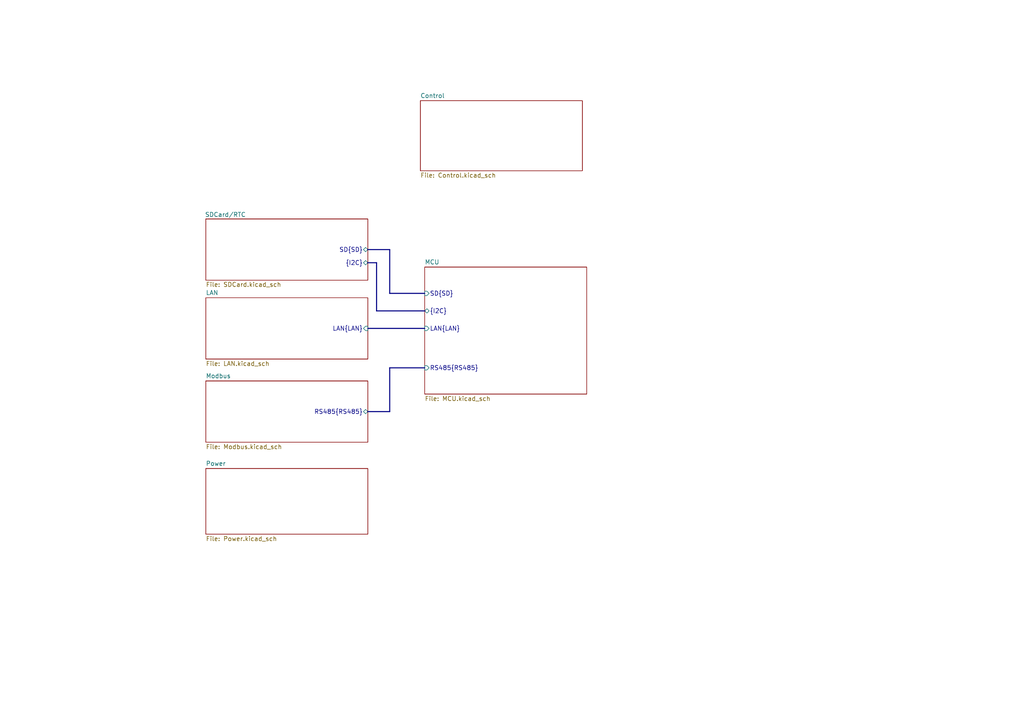
<source format=kicad_sch>
(kicad_sch
	(version 20250114)
	(generator "eeschema")
	(generator_version "9.0")
	(uuid "a56a6cb9-be24-458b-bbc5-62c4e942613b")
	(paper "A4")
	(title_block
		(title "AuraMon")
		(rev "v0.1")
	)
	(lib_symbols)
	(bus
		(pts
			(xy 106.68 95.25) (xy 123.19 95.25)
		)
		(stroke
			(width 0)
			(type default)
		)
		(uuid "02250b18-e516-44a4-b039-d21a4176e692")
	)
	(bus
		(pts
			(xy 109.22 76.2) (xy 106.68 76.2)
		)
		(stroke
			(width 0)
			(type default)
		)
		(uuid "076581a6-a976-46c1-bef6-8de3c0171d8c")
	)
	(bus
		(pts
			(xy 123.19 90.17) (xy 109.22 90.17)
		)
		(stroke
			(width 0)
			(type default)
		)
		(uuid "4ccc5d49-0482-4de6-b796-0aaed026f510")
	)
	(bus
		(pts
			(xy 123.19 106.68) (xy 113.03 106.68)
		)
		(stroke
			(width 0)
			(type default)
		)
		(uuid "4ce1b2fe-b005-4896-bacf-9d2f90af2371")
	)
	(bus
		(pts
			(xy 113.03 119.38) (xy 106.68 119.38)
		)
		(stroke
			(width 0)
			(type default)
		)
		(uuid "69ad66bb-c5e2-4251-ba36-225fa9875df0")
	)
	(bus
		(pts
			(xy 113.03 72.39) (xy 113.03 85.09)
		)
		(stroke
			(width 0)
			(type default)
		)
		(uuid "8295a1d7-c5e1-472c-b29b-9e69bd292991")
	)
	(bus
		(pts
			(xy 113.03 106.68) (xy 113.03 119.38)
		)
		(stroke
			(width 0)
			(type default)
		)
		(uuid "bf70ca43-c8a0-4d3c-962a-a0ed4dd74f8e")
	)
	(bus
		(pts
			(xy 109.22 90.17) (xy 109.22 76.2)
		)
		(stroke
			(width 0)
			(type default)
		)
		(uuid "d486abf4-b367-436e-bccf-e9a930f4965c")
	)
	(bus
		(pts
			(xy 113.03 72.39) (xy 106.68 72.39)
		)
		(stroke
			(width 0)
			(type default)
		)
		(uuid "d89d5b42-8442-441a-bfa3-02fb92e842a5")
	)
	(bus
		(pts
			(xy 113.03 85.09) (xy 123.19 85.09)
		)
		(stroke
			(width 0)
			(type default)
		)
		(uuid "ff2fa168-46b7-4fda-a78c-8728d6e8da8f")
	)
	(sheet
		(at 59.69 63.5)
		(size 46.99 17.78)
		(exclude_from_sim no)
		(in_bom yes)
		(on_board yes)
		(dnp no)
		(stroke
			(width 0.1524)
			(type solid)
		)
		(fill
			(color 0 0 0 0.0000)
		)
		(uuid "18653b6b-16a9-42a5-aa43-f973c492057f")
		(property "Sheetname" "SDCard/RTC"
			(at 59.436 62.992 0)
			(effects
				(font
					(size 1.27 1.27)
				)
				(justify left bottom)
			)
		)
		(property "Sheetfile" "SDCard.kicad_sch"
			(at 59.69 81.788 0)
			(effects
				(font
					(size 1.27 1.27)
				)
				(justify left top)
			)
		)
		(pin "SD{SD}" bidirectional
			(at 106.68 72.39 0)
			(uuid "9e7180ca-d593-46c6-af3c-d91f0a49ca75")
			(effects
				(font
					(size 1.27 1.27)
				)
				(justify right)
			)
		)
		(pin "{I2C}" bidirectional
			(at 106.68 76.2 0)
			(uuid "4a62ec4a-5537-4cef-875f-8c6ab074fa62")
			(effects
				(font
					(size 1.27 1.27)
				)
				(justify right)
			)
		)
		(instances
			(project "AuraMon"
				(path "/a56a6cb9-be24-458b-bbc5-62c4e942613b"
					(page "5")
				)
			)
		)
	)
	(sheet
		(at 123.19 77.47)
		(size 46.99 36.83)
		(exclude_from_sim no)
		(in_bom yes)
		(on_board yes)
		(dnp no)
		(fields_autoplaced yes)
		(stroke
			(width 0.1524)
			(type solid)
		)
		(fill
			(color 0 0 0 0.0000)
		)
		(uuid "3107aebe-6cee-4c51-9440-c2a704a4018d")
		(property "Sheetname" "MCU"
			(at 123.19 76.7584 0)
			(effects
				(font
					(size 1.27 1.27)
				)
				(justify left bottom)
			)
		)
		(property "Sheetfile" "MCU.kicad_sch"
			(at 123.19 114.8846 0)
			(effects
				(font
					(size 1.27 1.27)
				)
				(justify left top)
			)
		)
		(pin "LAN{LAN}" input
			(at 123.19 95.25 180)
			(uuid "b1a18287-3dbf-4e68-ad10-99ff8df1798b")
			(effects
				(font
					(size 1.27 1.27)
				)
				(justify left)
			)
		)
		(pin "SD{SD}" input
			(at 123.19 85.09 180)
			(uuid "f074e48b-6a71-4058-ac93-79aba09bf94d")
			(effects
				(font
					(size 1.27 1.27)
				)
				(justify left)
			)
		)
		(pin "RS485{RS485}" input
			(at 123.19 106.68 180)
			(uuid "6f5fc266-7acf-4498-aee0-e49afd3d17e1")
			(effects
				(font
					(size 1.27 1.27)
				)
				(justify left)
			)
		)
		(pin "{I2C}" bidirectional
			(at 123.19 90.17 180)
			(uuid "f0cf1106-2320-41bf-8e65-36f9d4f6d724")
			(effects
				(font
					(size 1.27 1.27)
				)
				(justify left)
			)
		)
		(instances
			(project "AuraMon"
				(path "/a56a6cb9-be24-458b-bbc5-62c4e942613b"
					(page "2")
				)
			)
		)
	)
	(sheet
		(at 59.69 110.49)
		(size 46.99 17.78)
		(exclude_from_sim no)
		(in_bom yes)
		(on_board yes)
		(dnp no)
		(fields_autoplaced yes)
		(stroke
			(width 0.1524)
			(type solid)
		)
		(fill
			(color 0 0 0 0.0000)
		)
		(uuid "519a1f3f-72ea-47ad-81c0-cec023c6f1cc")
		(property "Sheetname" "Modbus"
			(at 59.69 109.7784 0)
			(effects
				(font
					(size 1.27 1.27)
				)
				(justify left bottom)
			)
		)
		(property "Sheetfile" "Modbus.kicad_sch"
			(at 59.69 128.8546 0)
			(effects
				(font
					(size 1.27 1.27)
				)
				(justify left top)
			)
		)
		(pin "RS485{RS485}" bidirectional
			(at 106.68 119.38 0)
			(uuid "fde0cbf3-cd38-4312-9e17-7d6d29423fa1")
			(effects
				(font
					(size 1.27 1.27)
				)
				(justify right)
			)
		)
		(instances
			(project "AuraMon"
				(path "/a56a6cb9-be24-458b-bbc5-62c4e942613b"
					(page "3")
				)
			)
		)
	)
	(sheet
		(at 59.69 135.89)
		(size 46.99 19.05)
		(exclude_from_sim no)
		(in_bom yes)
		(on_board yes)
		(dnp no)
		(fields_autoplaced yes)
		(stroke
			(width 0.1524)
			(type solid)
		)
		(fill
			(color 0 0 0 0.0000)
		)
		(uuid "87593607-4bd9-4adb-9c97-dd17cbeb833a")
		(property "Sheetname" "Power"
			(at 59.69 135.1784 0)
			(effects
				(font
					(size 1.27 1.27)
				)
				(justify left bottom)
			)
		)
		(property "Sheetfile" "Power.kicad_sch"
			(at 59.69 155.5246 0)
			(effects
				(font
					(size 1.27 1.27)
				)
				(justify left top)
			)
		)
		(instances
			(project "AuraMon"
				(path "/a56a6cb9-be24-458b-bbc5-62c4e942613b"
					(page "6")
				)
			)
		)
	)
	(sheet
		(at 121.92 29.21)
		(size 46.99 20.32)
		(exclude_from_sim no)
		(in_bom yes)
		(on_board yes)
		(dnp no)
		(fields_autoplaced yes)
		(stroke
			(width 0.1524)
			(type solid)
		)
		(fill
			(color 0 0 0 0.0000)
		)
		(uuid "e6ad01c2-9f39-4b62-89a8-1ba1660b23e5")
		(property "Sheetname" "Control"
			(at 121.92 28.4984 0)
			(effects
				(font
					(size 1.27 1.27)
				)
				(justify left bottom)
			)
		)
		(property "Sheetfile" "Control.kicad_sch"
			(at 121.92 50.1146 0)
			(effects
				(font
					(size 1.27 1.27)
				)
				(justify left top)
			)
		)
		(instances
			(project "AuraMon"
				(path "/a56a6cb9-be24-458b-bbc5-62c4e942613b"
					(page "7")
				)
			)
		)
	)
	(sheet
		(at 59.69 86.36)
		(size 46.99 17.78)
		(exclude_from_sim no)
		(in_bom yes)
		(on_board yes)
		(dnp no)
		(fields_autoplaced yes)
		(stroke
			(width 0.1524)
			(type solid)
		)
		(fill
			(color 0 0 0 0.0000)
		)
		(uuid "f67d584b-d1e6-46aa-a0d0-a11bceeab50d")
		(property "Sheetname" "LAN"
			(at 59.69 85.6484 0)
			(effects
				(font
					(size 1.27 1.27)
				)
				(justify left bottom)
			)
		)
		(property "Sheetfile" "LAN.kicad_sch"
			(at 59.69 104.7246 0)
			(effects
				(font
					(size 1.27 1.27)
				)
				(justify left top)
			)
		)
		(pin "LAN{LAN}" input
			(at 106.68 95.25 0)
			(uuid "0f1226ab-b7fc-4879-aff0-c08241a38e54")
			(effects
				(font
					(size 1.27 1.27)
				)
				(justify right)
			)
		)
		(instances
			(project "AuraMon"
				(path "/a56a6cb9-be24-458b-bbc5-62c4e942613b"
					(page "4")
				)
			)
		)
	)
	(sheet_instances
		(path "/"
			(page "1")
		)
	)
	(embedded_fonts no)
)

</source>
